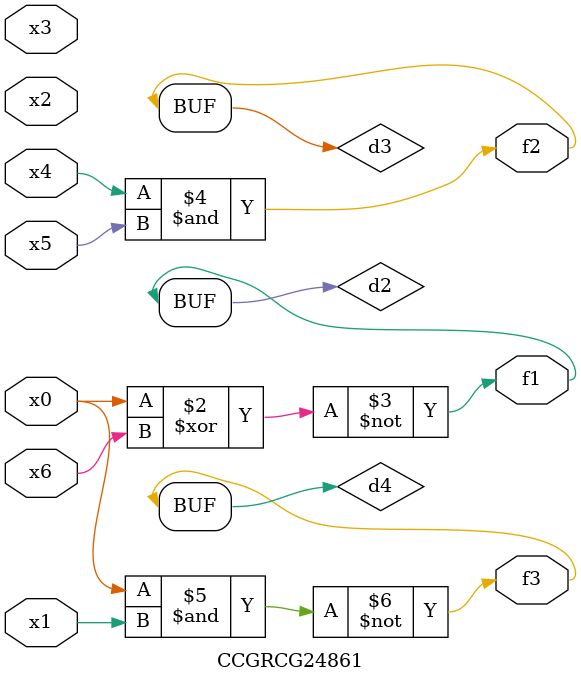
<source format=v>
module CCGRCG24861(
	input x0, x1, x2, x3, x4, x5, x6,
	output f1, f2, f3
);

	wire d1, d2, d3, d4;

	nor (d1, x0);
	xnor (d2, x0, x6);
	and (d3, x4, x5);
	nand (d4, x0, x1);
	assign f1 = d2;
	assign f2 = d3;
	assign f3 = d4;
endmodule

</source>
